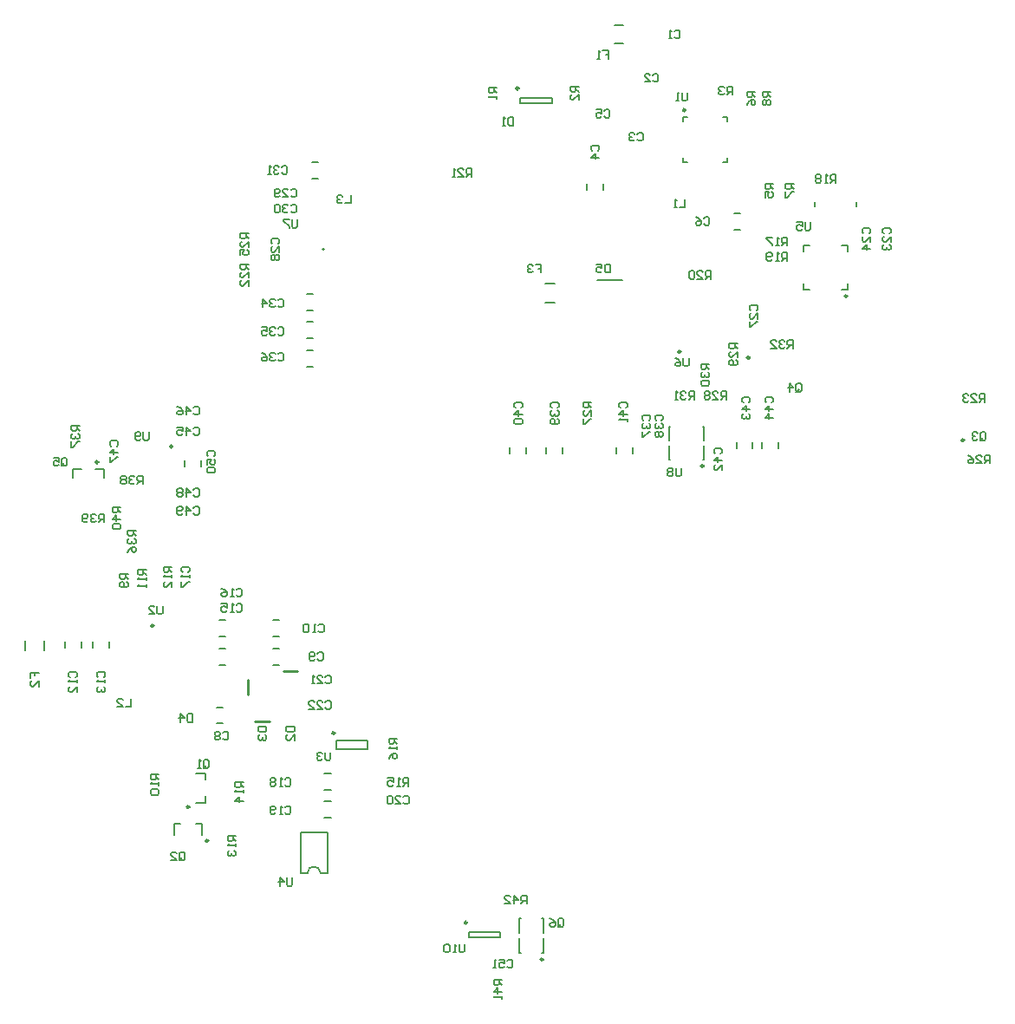
<source format=gbo>
G04*
G04 #@! TF.GenerationSoftware,Altium Limited,Altium Designer,20.0.11 (256)*
G04*
G04 Layer_Color=32896*
%FSLAX25Y25*%
%MOIN*%
G70*
G01*
G75*
%ADD11C,0.00591*%
%ADD12C,0.00787*%
%ADD13C,0.01000*%
%ADD153C,0.00984*%
%ADD154C,0.00600*%
D11*
X149605Y-49607D02*
Y-52231D01*
X149080Y-52755D01*
X148031D01*
X147506Y-52231D01*
Y-49607D01*
X146456Y-52755D02*
X145407D01*
X145932D01*
Y-49607D01*
X146456Y-50132D01*
X143833D02*
X143308Y-49607D01*
X142258D01*
X141734Y-50132D01*
Y-52231D01*
X142258Y-52755D01*
X143308D01*
X143833Y-52231D01*
Y-50132D01*
X173489Y-34055D02*
Y-30906D01*
X171915D01*
X171390Y-31431D01*
Y-32480D01*
X171915Y-33005D01*
X173489D01*
X172440D02*
X171390Y-34055D01*
X168767D02*
Y-30906D01*
X170341Y-32480D01*
X168242D01*
X165093Y-34055D02*
X167192D01*
X165093Y-31956D01*
Y-31431D01*
X165618Y-30906D01*
X166667D01*
X167192Y-31431D01*
X163976Y-63256D02*
X160827D01*
Y-64830D01*
X161352Y-65355D01*
X162402D01*
X162926Y-64830D01*
Y-63256D01*
Y-64305D02*
X163976Y-65355D01*
Y-67979D02*
X160827D01*
X162402Y-66404D01*
Y-68503D01*
X163976Y-69553D02*
Y-70603D01*
Y-70078D01*
X160827D01*
X161352Y-69553D01*
X185564Y-42388D02*
Y-40289D01*
X186089Y-39764D01*
X187138D01*
X187663Y-40289D01*
Y-42388D01*
X187138Y-42913D01*
X186089D01*
X186614Y-41863D02*
X185564Y-42913D01*
X186089D02*
X185564Y-42388D01*
X182415Y-39764D02*
X183465Y-40289D01*
X184515Y-41339D01*
Y-42388D01*
X183990Y-42913D01*
X182940D01*
X182415Y-42388D01*
Y-41863D01*
X182940Y-41339D01*
X184515D01*
X165944Y-56037D02*
X166469Y-55512D01*
X167519D01*
X168043Y-56037D01*
Y-58136D01*
X167519Y-58661D01*
X166469D01*
X165944Y-58136D01*
X162796Y-55512D02*
X164895D01*
Y-57087D01*
X163845Y-56562D01*
X163321D01*
X162796Y-57087D01*
Y-58136D01*
X163321Y-58661D01*
X164370D01*
X164895Y-58136D01*
X161746Y-58661D02*
X160697D01*
X161222D01*
Y-55512D01*
X161746Y-56037D01*
X28214Y147244D02*
Y144620D01*
X27690Y144095D01*
X26640D01*
X26115Y144620D01*
Y147244D01*
X25066Y144620D02*
X24541Y144095D01*
X23492D01*
X22967Y144620D01*
Y146719D01*
X23492Y147244D01*
X24541D01*
X25066Y146719D01*
Y146194D01*
X24541Y145669D01*
X22967D01*
X232939Y133464D02*
Y130840D01*
X232414Y130315D01*
X231364D01*
X230840Y130840D01*
Y133464D01*
X229790Y132939D02*
X229265Y133464D01*
X228216D01*
X227691Y132939D01*
Y132414D01*
X228216Y131890D01*
X227691Y131365D01*
Y130840D01*
X228216Y130315D01*
X229265D01*
X229790Y130840D01*
Y131365D01*
X229265Y131890D01*
X229790Y132414D01*
Y132939D01*
X229265Y131890D02*
X228216D01*
X85301Y228937D02*
Y226313D01*
X84776Y225788D01*
X83727D01*
X83202Y226313D01*
Y228937D01*
X82152D02*
X80053D01*
Y228412D01*
X82152Y226313D01*
Y225788D01*
X235892Y175787D02*
Y173163D01*
X235367Y172638D01*
X234317D01*
X233792Y173163D01*
Y175787D01*
X230644D02*
X231693Y175262D01*
X232743Y174213D01*
Y173163D01*
X232218Y172638D01*
X231169D01*
X230644Y173163D01*
Y173688D01*
X231169Y174213D01*
X232743D01*
X282637Y228028D02*
Y225404D01*
X282112Y224880D01*
X281063D01*
X280538Y225404D01*
Y228028D01*
X277389D02*
X279488D01*
Y226454D01*
X278439Y226979D01*
X277914D01*
X277389Y226454D01*
Y225404D01*
X277914Y224880D01*
X278964D01*
X279488Y225404D01*
X83333Y-24016D02*
Y-26640D01*
X82808Y-27165D01*
X81758D01*
X81233Y-26640D01*
Y-24016D01*
X78610Y-27165D02*
Y-24016D01*
X80184Y-25591D01*
X78085D01*
X98096Y24212D02*
Y21588D01*
X97571Y21064D01*
X96522D01*
X95997Y21588D01*
Y24212D01*
X94948Y23687D02*
X94423Y24212D01*
X93373D01*
X92849Y23687D01*
Y23163D01*
X93373Y22638D01*
X93898D01*
X93373D01*
X92849Y22113D01*
Y21588D01*
X93373Y21064D01*
X94423D01*
X94948Y21588D01*
X33521Y80486D02*
Y77863D01*
X32996Y77338D01*
X31947D01*
X31422Y77863D01*
Y80486D01*
X28274Y77338D02*
X30373D01*
X28274Y79437D01*
Y79962D01*
X28798Y80486D01*
X29848D01*
X30373Y79962D01*
X235245Y277800D02*
Y275176D01*
X234720Y274651D01*
X233671D01*
X233146Y275176D01*
Y277800D01*
X232096Y274651D02*
X231047D01*
X231572D01*
Y277800D01*
X232096Y277275D01*
X17322Y118371D02*
X14174D01*
Y116797D01*
X14698Y116272D01*
X15748D01*
X16273Y116797D01*
Y118371D01*
Y117322D02*
X17322Y116272D01*
Y113648D02*
X14174D01*
X15748Y115223D01*
Y113124D01*
X14698Y112074D02*
X14174Y111549D01*
Y110500D01*
X14698Y109975D01*
X16798D01*
X17322Y110500D01*
Y111549D01*
X16798Y112074D01*
X14698D01*
X11088Y112599D02*
Y115747D01*
X9514D01*
X8989Y115223D01*
Y114173D01*
X9514Y113648D01*
X11088D01*
X10038D02*
X8989Y112599D01*
X7939Y115223D02*
X7414Y115747D01*
X6365D01*
X5840Y115223D01*
Y114698D01*
X6365Y114173D01*
X6890D01*
X6365D01*
X5840Y113648D01*
Y113124D01*
X6365Y112599D01*
X7414D01*
X7939Y113124D01*
X4791D02*
X4266Y112599D01*
X3216D01*
X2692Y113124D01*
Y115223D01*
X3216Y115747D01*
X4266D01*
X4791Y115223D01*
Y114698D01*
X4266Y114173D01*
X2692D01*
X25852Y127363D02*
Y130511D01*
X24277D01*
X23753Y129987D01*
Y128937D01*
X24277Y128412D01*
X25852D01*
X24802D02*
X23753Y127363D01*
X22703Y129987D02*
X22178Y130511D01*
X21129D01*
X20604Y129987D01*
Y129462D01*
X21129Y128937D01*
X21654D01*
X21129D01*
X20604Y128412D01*
Y127887D01*
X21129Y127363D01*
X22178D01*
X22703Y127887D01*
X19555Y129987D02*
X19030Y130511D01*
X17980D01*
X17455Y129987D01*
Y129462D01*
X17980Y128937D01*
X17455Y128412D01*
Y127887D01*
X17980Y127363D01*
X19030D01*
X19555Y127887D01*
Y128412D01*
X19030Y128937D01*
X19555Y129462D01*
Y129987D01*
X19030Y128937D02*
X17980D01*
X1574Y149867D02*
X-1574D01*
Y148293D01*
X-1049Y147768D01*
X-0D01*
X525Y148293D01*
Y149867D01*
Y148818D02*
X1574Y147768D01*
X-1049Y146719D02*
X-1574Y146194D01*
Y145144D01*
X-1049Y144620D01*
X-525D01*
X-0Y145144D01*
Y145669D01*
Y145144D01*
X525Y144620D01*
X1049D01*
X1574Y145144D01*
Y146194D01*
X1049Y146719D01*
X-1574Y143570D02*
Y141471D01*
X-1049D01*
X1049Y143570D01*
X1574D01*
X23228Y109513D02*
X20079D01*
Y107939D01*
X20604Y107414D01*
X21654D01*
X22178Y107939D01*
Y109513D01*
Y108464D02*
X23228Y107414D01*
X20604Y106365D02*
X20079Y105840D01*
Y104790D01*
X20604Y104265D01*
X21129D01*
X21654Y104790D01*
Y105315D01*
Y104790D01*
X22178Y104265D01*
X22703D01*
X23228Y104790D01*
Y105840D01*
X22703Y106365D01*
X20079Y101117D02*
X20604Y102166D01*
X21654Y103216D01*
X22703D01*
X23228Y102691D01*
Y101642D01*
X22703Y101117D01*
X22178D01*
X21654Y101642D01*
Y103216D01*
X275852Y179528D02*
Y182677D01*
X274277D01*
X273753Y182152D01*
Y181102D01*
X274277Y180578D01*
X275852D01*
X274802D02*
X273753Y179528D01*
X272703Y182152D02*
X272178Y182677D01*
X271129D01*
X270604Y182152D01*
Y181627D01*
X271129Y181102D01*
X271654D01*
X271129D01*
X270604Y180578D01*
Y180053D01*
X271129Y179528D01*
X272178D01*
X272703Y180053D01*
X267455Y179528D02*
X269554D01*
X267455Y181627D01*
Y182152D01*
X267980Y182677D01*
X269030D01*
X269554Y182152D01*
X237925Y159843D02*
Y162992D01*
X236351D01*
X235826Y162467D01*
Y161417D01*
X236351Y160893D01*
X237925D01*
X236876D02*
X235826Y159843D01*
X234777Y162467D02*
X234252Y162992D01*
X233202D01*
X232678Y162467D01*
Y161942D01*
X233202Y161417D01*
X233727D01*
X233202D01*
X232678Y160893D01*
Y160368D01*
X233202Y159843D01*
X234252D01*
X234777Y160368D01*
X231628Y159843D02*
X230579D01*
X231103D01*
Y162992D01*
X231628Y162467D01*
X243700Y173489D02*
X240552D01*
Y171915D01*
X241076Y171390D01*
X242126D01*
X242651Y171915D01*
Y173489D01*
Y172440D02*
X243700Y171390D01*
X241076Y170341D02*
X240552Y169816D01*
Y168767D01*
X241076Y168242D01*
X241601D01*
X242126Y168767D01*
Y169291D01*
Y168767D01*
X242651Y168242D01*
X243176D01*
X243700Y168767D01*
Y169816D01*
X243176Y170341D01*
X241076Y167192D02*
X240552Y166667D01*
Y165618D01*
X241076Y165093D01*
X243176D01*
X243700Y165618D01*
Y166667D01*
X243176Y167192D01*
X241076D01*
X254527Y181363D02*
X251378D01*
Y179789D01*
X251903Y179264D01*
X252953D01*
X253478Y179789D01*
Y181363D01*
Y180314D02*
X254527Y179264D01*
Y176116D02*
Y178215D01*
X252428Y176116D01*
X251903D01*
X251378Y176641D01*
Y177690D01*
X251903Y178215D01*
X254002Y175066D02*
X254527Y174541D01*
Y173492D01*
X254002Y172967D01*
X251903D01*
X251378Y173492D01*
Y174541D01*
X251903Y175066D01*
X252428D01*
X252953Y174541D01*
Y172967D01*
X250261Y159843D02*
Y162992D01*
X248687D01*
X248162Y162467D01*
Y161417D01*
X248687Y160893D01*
X250261D01*
X249212D02*
X248162Y159843D01*
X245013D02*
X247112D01*
X245013Y161942D01*
Y162467D01*
X245538Y162992D01*
X246588D01*
X247112Y162467D01*
X243964D02*
X243439Y162992D01*
X242390D01*
X241865Y162467D01*
Y161942D01*
X242390Y161417D01*
X241865Y160893D01*
Y160368D01*
X242390Y159843D01*
X243439D01*
X243964Y160368D01*
Y160893D01*
X243439Y161417D01*
X243964Y161942D01*
Y162467D01*
X243439Y161417D02*
X242390D01*
X198425Y158726D02*
X195276D01*
Y157151D01*
X195801Y156627D01*
X196850D01*
X197375Y157151D01*
Y158726D01*
Y157676D02*
X198425Y156627D01*
Y153478D02*
Y155577D01*
X196326Y153478D01*
X195801D01*
X195276Y154003D01*
Y155052D01*
X195801Y155577D01*
X195276Y152428D02*
Y150329D01*
X195801D01*
X197900Y152428D01*
X198425D01*
X351639Y135237D02*
Y138385D01*
X350065D01*
X349540Y137861D01*
Y136811D01*
X350065Y136286D01*
X351639D01*
X350589D02*
X349540Y135237D01*
X346391D02*
X348491D01*
X346391Y137336D01*
Y137861D01*
X346916Y138385D01*
X347966D01*
X348491Y137861D01*
X343243Y138385D02*
X344292Y137861D01*
X345342Y136811D01*
Y135761D01*
X344817Y135237D01*
X343768D01*
X343243Y135761D01*
Y136286D01*
X343768Y136811D01*
X345342D01*
X66535Y223686D02*
X63386D01*
Y222112D01*
X63911Y221587D01*
X64961D01*
X65485Y222112D01*
Y223686D01*
Y222637D02*
X66535Y221587D01*
Y218439D02*
Y220538D01*
X64436Y218439D01*
X63911D01*
X63386Y218963D01*
Y220013D01*
X63911Y220538D01*
X63386Y215290D02*
Y217389D01*
X64961D01*
X64436Y216340D01*
Y215815D01*
X64961Y215290D01*
X66010D01*
X66535Y215815D01*
Y216864D01*
X66010Y217389D01*
X349671Y158859D02*
Y162007D01*
X348096D01*
X347571Y161483D01*
Y160433D01*
X348096Y159908D01*
X349671D01*
X348621D02*
X347571Y158859D01*
X344423D02*
X346522D01*
X344423Y160958D01*
Y161483D01*
X344948Y162007D01*
X345997D01*
X346522Y161483D01*
X343373D02*
X342849Y162007D01*
X341799D01*
X341274Y161483D01*
Y160958D01*
X341799Y160433D01*
X342324D01*
X341799D01*
X341274Y159908D01*
Y159383D01*
X341799Y158859D01*
X342849D01*
X343373Y159383D01*
X66535Y211875D02*
X63386D01*
Y210301D01*
X63911Y209776D01*
X64961D01*
X65485Y210301D01*
Y211875D01*
Y210826D02*
X66535Y209776D01*
Y206628D02*
Y208727D01*
X64436Y206628D01*
X63911D01*
X63386Y207152D01*
Y208202D01*
X63911Y208727D01*
X66535Y203479D02*
Y205578D01*
X64436Y203479D01*
X63911D01*
X63386Y204004D01*
Y205053D01*
X63911Y205578D01*
X152295Y245473D02*
Y248622D01*
X150721D01*
X150196Y248097D01*
Y247047D01*
X150721Y246522D01*
X152295D01*
X151246D02*
X150196Y245473D01*
X147048D02*
X149147D01*
X147048Y247572D01*
Y248097D01*
X147573Y248622D01*
X148622D01*
X149147Y248097D01*
X145998Y245473D02*
X144949D01*
X145474D01*
Y248622D01*
X145998Y248097D01*
X244356Y206103D02*
Y209251D01*
X242781D01*
X242256Y208727D01*
Y207677D01*
X242781Y207152D01*
X244356D01*
X243306D02*
X242256Y206103D01*
X239108D02*
X241207D01*
X239108Y208202D01*
Y208727D01*
X239633Y209251D01*
X240682D01*
X241207Y208727D01*
X238058D02*
X237534Y209251D01*
X236484D01*
X235959Y208727D01*
Y206628D01*
X236484Y206103D01*
X237534D01*
X238058Y206628D01*
Y208727D01*
X273637Y213080D02*
Y216228D01*
X272063D01*
X271538Y215703D01*
Y214654D01*
X272063Y214129D01*
X273637D01*
X272587D02*
X271538Y213080D01*
X270488D02*
X269439D01*
X269964D01*
Y216228D01*
X270488Y215703D01*
X267865Y213604D02*
X267340Y213080D01*
X266290D01*
X265766Y213604D01*
Y215703D01*
X266290Y216228D01*
X267340D01*
X267865Y215703D01*
Y215179D01*
X267340Y214654D01*
X265766D01*
X292437Y243086D02*
Y246234D01*
X290863D01*
X290338Y245710D01*
Y244660D01*
X290863Y244135D01*
X292437D01*
X291388D02*
X290338Y243086D01*
X289288D02*
X288239D01*
X288764D01*
Y246234D01*
X289288Y245710D01*
X286665D02*
X286140Y246234D01*
X285090D01*
X284565Y245710D01*
Y245185D01*
X285090Y244660D01*
X284565Y244135D01*
Y243611D01*
X285090Y243086D01*
X286140D01*
X286665Y243611D01*
Y244135D01*
X286140Y244660D01*
X286665Y245185D01*
Y245710D01*
X286140Y244660D02*
X285090D01*
X273637Y218980D02*
Y222128D01*
X272063D01*
X271538Y221603D01*
Y220554D01*
X272063Y220029D01*
X273637D01*
X272587D02*
X271538Y218980D01*
X270488D02*
X269439D01*
X269964D01*
Y222128D01*
X270488Y221603D01*
X267865Y222128D02*
X265766D01*
Y221603D01*
X267865Y219504D01*
Y218980D01*
X123621Y29526D02*
X120473D01*
Y27952D01*
X120998Y27427D01*
X122047D01*
X122572Y27952D01*
Y29526D01*
Y28477D02*
X123621Y27427D01*
Y26378D02*
Y25328D01*
Y25853D01*
X120473D01*
X120998Y26378D01*
X120473Y21655D02*
X120998Y22704D01*
X122047Y23754D01*
X123097D01*
X123621Y23229D01*
Y22180D01*
X123097Y21655D01*
X122572D01*
X122047Y22180D01*
Y23754D01*
X127952Y11221D02*
Y14370D01*
X126377D01*
X125852Y13845D01*
Y12795D01*
X126377Y12270D01*
X127952D01*
X126902D02*
X125852Y11221D01*
X124803D02*
X123753D01*
X124278D01*
Y14370D01*
X124803Y13845D01*
X120080Y14370D02*
X122179D01*
Y12795D01*
X121130Y13320D01*
X120605D01*
X120080Y12795D01*
Y11746D01*
X120605Y11221D01*
X121654D01*
X122179Y11746D01*
X64566Y12794D02*
X61418D01*
Y11220D01*
X61943Y10695D01*
X62992D01*
X63517Y11220D01*
Y12794D01*
Y11744D02*
X64566Y10695D01*
Y9645D02*
Y8596D01*
Y9121D01*
X61418D01*
X61943Y9645D01*
X64566Y5447D02*
X61418D01*
X62992Y7022D01*
Y4922D01*
X61614Y-7875D02*
X58465D01*
Y-9450D01*
X58990Y-9974D01*
X60039D01*
X60564Y-9450D01*
Y-7875D01*
Y-8925D02*
X61614Y-9974D01*
Y-11024D02*
Y-12073D01*
Y-11549D01*
X58465D01*
X58990Y-11024D01*
Y-13648D02*
X58465Y-14173D01*
Y-15222D01*
X58990Y-15747D01*
X59515D01*
X60039Y-15222D01*
Y-14697D01*
Y-15222D01*
X60564Y-15747D01*
X61089D01*
X61614Y-15222D01*
Y-14173D01*
X61089Y-13648D01*
X37007Y95471D02*
X33859D01*
Y93897D01*
X34383Y93372D01*
X35433D01*
X35958Y93897D01*
Y95471D01*
Y94422D02*
X37007Y93372D01*
Y92323D02*
Y91273D01*
Y91798D01*
X33859D01*
X34383Y92323D01*
X37007Y87600D02*
Y89699D01*
X34908Y87600D01*
X34383D01*
X33859Y88125D01*
Y89174D01*
X34383Y89699D01*
X27165Y94422D02*
X24016D01*
Y92847D01*
X24541Y92323D01*
X25591D01*
X26115Y92847D01*
Y94422D01*
Y93372D02*
X27165Y92323D01*
Y91273D02*
Y90223D01*
Y90748D01*
X24016D01*
X24541Y91273D01*
X27165Y88649D02*
Y87600D01*
Y88125D01*
X24016D01*
X24541Y88649D01*
X32086Y15747D02*
X28938D01*
Y14173D01*
X29462Y13648D01*
X30512D01*
X31037Y14173D01*
Y15747D01*
Y14697D02*
X32086Y13648D01*
Y12598D02*
Y11549D01*
Y12073D01*
X28938D01*
X29462Y12598D01*
Y9974D02*
X28938Y9450D01*
Y8400D01*
X29462Y7875D01*
X31561D01*
X32086Y8400D01*
Y9450D01*
X31561Y9974D01*
X29462D01*
X20275Y92847D02*
X17127D01*
Y91273D01*
X17651Y90748D01*
X18701D01*
X19226Y91273D01*
Y92847D01*
Y91798D02*
X20275Y90748D01*
X19750Y89699D02*
X20275Y89174D01*
Y88125D01*
X19750Y87600D01*
X17651D01*
X17127Y88125D01*
Y89174D01*
X17651Y89699D01*
X18176D01*
X18701Y89174D01*
Y87600D01*
X267322Y278214D02*
X264174D01*
Y276640D01*
X264699Y276115D01*
X265748D01*
X266273Y276640D01*
Y278214D01*
Y277165D02*
X267322Y276115D01*
X264699Y275066D02*
X264174Y274541D01*
Y273492D01*
X264699Y272967D01*
X265223D01*
X265748Y273492D01*
X266273Y272967D01*
X266798D01*
X267322Y273492D01*
Y274541D01*
X266798Y275066D01*
X266273D01*
X265748Y274541D01*
X265223Y275066D01*
X264699D01*
X265748Y274541D02*
Y273492D01*
X276181Y242781D02*
X273032D01*
Y241207D01*
X273557Y240682D01*
X274606D01*
X275131Y241207D01*
Y242781D01*
Y241732D02*
X276181Y240682D01*
X273032Y239633D02*
Y237534D01*
X273557D01*
X275656Y239633D01*
X276181D01*
X261417Y278214D02*
X258268D01*
Y276640D01*
X258793Y276115D01*
X259842D01*
X260367Y276640D01*
Y278214D01*
Y277165D02*
X261417Y276115D01*
X258268Y272967D02*
X258793Y274016D01*
X259842Y275066D01*
X260892D01*
X261417Y274541D01*
Y273492D01*
X260892Y272967D01*
X260367D01*
X259842Y273492D01*
Y275066D01*
X268307Y242781D02*
X265158D01*
Y241207D01*
X265683Y240682D01*
X266732D01*
X267257Y241207D01*
Y242781D01*
Y241732D02*
X268307Y240682D01*
X265158Y237534D02*
Y239633D01*
X266732D01*
X266208Y238583D01*
Y238058D01*
X266732Y237534D01*
X267782D01*
X268307Y238058D01*
Y239108D01*
X267782Y239633D01*
X252624Y276969D02*
Y280118D01*
X251049D01*
X250525Y279593D01*
Y278543D01*
X251049Y278019D01*
X252624D01*
X251574D02*
X250525Y276969D01*
X249475Y279593D02*
X248951Y280118D01*
X247901D01*
X247376Y279593D01*
Y279068D01*
X247901Y278543D01*
X248426D01*
X247901D01*
X247376Y278019D01*
Y277494D01*
X247901Y276969D01*
X248951D01*
X249475Y277494D01*
X193503Y280183D02*
X190355D01*
Y278609D01*
X190880Y278084D01*
X191929D01*
X192454Y278609D01*
Y280183D01*
Y279133D02*
X193503Y278084D01*
Y274935D02*
Y277034D01*
X191404Y274935D01*
X190880D01*
X190355Y275460D01*
Y276509D01*
X190880Y277034D01*
X162007Y279658D02*
X158859D01*
Y278084D01*
X159383Y277559D01*
X160433D01*
X160958Y278084D01*
Y279658D01*
Y278609D02*
X162007Y277559D01*
Y276509D02*
Y275460D01*
Y275985D01*
X158859D01*
X159383Y276509D01*
X-5381Y134777D02*
Y136876D01*
X-4856Y137401D01*
X-3807D01*
X-3282Y136876D01*
Y134777D01*
X-3807Y134253D01*
X-4856D01*
X-4331Y135302D02*
X-5381Y134253D01*
X-4856D02*
X-5381Y134777D01*
X-8529Y137401D02*
X-6430D01*
Y135827D01*
X-7480Y136352D01*
X-8005D01*
X-8529Y135827D01*
Y134777D01*
X-8005Y134253D01*
X-6955D01*
X-6430Y134777D01*
X277100Y163321D02*
Y165420D01*
X277624Y165944D01*
X278674D01*
X279199Y165420D01*
Y163321D01*
X278674Y162796D01*
X277624D01*
X278149Y163845D02*
X277100Y162796D01*
X277624D02*
X277100Y163321D01*
X274476Y162796D02*
Y165944D01*
X276050Y164370D01*
X273951D01*
X347966Y144620D02*
Y146719D01*
X348491Y147244D01*
X349540D01*
X350065Y146719D01*
Y144620D01*
X349540Y144095D01*
X348491D01*
X349015Y145144D02*
X347966Y144095D01*
X348491D02*
X347966Y144620D01*
X346916Y146719D02*
X346391Y147244D01*
X345342D01*
X344817Y146719D01*
Y146194D01*
X345342Y145669D01*
X345867D01*
X345342D01*
X344817Y145144D01*
Y144620D01*
X345342Y144095D01*
X346391D01*
X346916Y144620D01*
X39895Y-16798D02*
Y-14698D01*
X40420Y-14174D01*
X41469D01*
X41994Y-14698D01*
Y-16798D01*
X41469Y-17322D01*
X40420D01*
X40944Y-16273D02*
X39895Y-17322D01*
X40420D02*
X39895Y-16798D01*
X36746Y-17322D02*
X38845D01*
X36746Y-15223D01*
Y-14698D01*
X37271Y-14174D01*
X38320D01*
X38845Y-14698D01*
X49213Y18635D02*
Y20735D01*
X49737Y21259D01*
X50787D01*
X51312Y20735D01*
Y18635D01*
X50787Y18111D01*
X49737D01*
X50262Y19160D02*
X49213Y18111D01*
X49737D02*
X49213Y18635D01*
X48163Y18111D02*
X47113D01*
X47638D01*
Y21259D01*
X48163Y20735D01*
X105847Y238399D02*
Y235250D01*
X103747D01*
X102698Y237874D02*
X102173Y238399D01*
X101124D01*
X100599Y237874D01*
Y237349D01*
X101124Y236825D01*
X101648D01*
X101124D01*
X100599Y236300D01*
Y235775D01*
X101124Y235250D01*
X102173D01*
X102698Y235775D01*
X21325Y44881D02*
Y41733D01*
X19226D01*
X16077D02*
X18176D01*
X16077Y43832D01*
Y44357D01*
X16602Y44881D01*
X17651D01*
X18176Y44357D01*
X234383Y236810D02*
Y233662D01*
X232283D01*
X231234D02*
X230184D01*
X230709D01*
Y236810D01*
X231234Y236286D01*
X177010Y211742D02*
X179109D01*
Y210168D01*
X178060D01*
X179109D01*
Y208594D01*
X175961Y211217D02*
X175436Y211742D01*
X174387D01*
X173862Y211217D01*
Y210693D01*
X174387Y210168D01*
X174911D01*
X174387D01*
X173862Y209643D01*
Y209119D01*
X174387Y208594D01*
X175436D01*
X175961Y209119D01*
X-17322Y52690D02*
Y54789D01*
X-15748D01*
Y53740D01*
Y54789D01*
X-14174D01*
Y49542D02*
Y51641D01*
X-16273Y49542D01*
X-16798D01*
X-17322Y50066D01*
Y51116D01*
X-16798Y51641D01*
X202756Y293897D02*
X204855D01*
Y292323D01*
X203805D01*
X204855D01*
Y290749D01*
X201706D02*
X200657D01*
X201182D01*
Y293897D01*
X201706Y293372D01*
X205606Y211818D02*
Y208669D01*
X204031D01*
X203506Y209194D01*
Y211293D01*
X204031Y211818D01*
X205606D01*
X200358D02*
X202457D01*
Y210244D01*
X201407Y210768D01*
X200883D01*
X200358Y210244D01*
Y209194D01*
X200883Y208669D01*
X201932D01*
X202457Y209194D01*
X44947Y38976D02*
Y35827D01*
X43372D01*
X42848Y36352D01*
Y38451D01*
X43372Y38976D01*
X44947D01*
X40224Y35827D02*
Y38976D01*
X41798Y37402D01*
X39699D01*
X70276Y34120D02*
X73425D01*
Y32546D01*
X72900Y32021D01*
X70801D01*
X70276Y32546D01*
Y34120D01*
X70801Y30971D02*
X70276Y30446D01*
Y29397D01*
X70801Y28872D01*
X71326D01*
X71850Y29397D01*
Y29922D01*
Y29397D01*
X72375Y28872D01*
X72900D01*
X73425Y29397D01*
Y30446D01*
X72900Y30971D01*
X81103Y34120D02*
X84251D01*
Y32546D01*
X83727Y32021D01*
X81628D01*
X81103Y32546D01*
Y34120D01*
X84251Y28872D02*
Y30971D01*
X82152Y28872D01*
X81628D01*
X81103Y29397D01*
Y30446D01*
X81628Y30971D01*
X168438Y268307D02*
Y265158D01*
X166863D01*
X166339Y265683D01*
Y267782D01*
X166863Y268307D01*
X168438D01*
X165289Y265158D02*
X164240D01*
X164764D01*
Y268307D01*
X165289Y267782D01*
X51116Y137926D02*
X50591Y138451D01*
Y139500D01*
X51116Y140025D01*
X53215D01*
X53740Y139500D01*
Y138451D01*
X53215Y137926D01*
X50591Y134777D02*
Y136876D01*
X52165D01*
X51641Y135827D01*
Y135302D01*
X52165Y134777D01*
X53215D01*
X53740Y135302D01*
Y136352D01*
X53215Y136876D01*
X51116Y133728D02*
X50591Y133203D01*
Y132153D01*
X51116Y131629D01*
X53215D01*
X53740Y132153D01*
Y133203D01*
X53215Y133728D01*
X51116D01*
X45406Y118175D02*
X45931Y118700D01*
X46980D01*
X47505Y118175D01*
Y116077D01*
X46980Y115552D01*
X45931D01*
X45406Y116077D01*
X42782Y115552D02*
Y118700D01*
X44357Y117126D01*
X42258D01*
X41208Y116077D02*
X40683Y115552D01*
X39634D01*
X39109Y116077D01*
Y118175D01*
X39634Y118700D01*
X40683D01*
X41208Y118175D01*
Y117651D01*
X40683Y117126D01*
X39109D01*
X45406Y125065D02*
X45931Y125590D01*
X46980D01*
X47505Y125065D01*
Y122966D01*
X46980Y122441D01*
X45931D01*
X45406Y122966D01*
X42782Y122441D02*
Y125590D01*
X44357Y124016D01*
X42258D01*
X41208Y125065D02*
X40683Y125590D01*
X39634D01*
X39109Y125065D01*
Y124540D01*
X39634Y124016D01*
X39109Y123491D01*
Y122966D01*
X39634Y122441D01*
X40683D01*
X41208Y122966D01*
Y123491D01*
X40683Y124016D01*
X41208Y124540D01*
Y125065D01*
X40683Y124016D02*
X39634D01*
X13714Y141863D02*
X13190Y142388D01*
Y143437D01*
X13714Y143962D01*
X15813D01*
X16338Y143437D01*
Y142388D01*
X15813Y141863D01*
X16338Y139239D02*
X13190D01*
X14764Y140813D01*
Y138714D01*
X13190Y137665D02*
Y135566D01*
X13714D01*
X15813Y137665D01*
X16338D01*
X45406Y156561D02*
X45931Y157086D01*
X46980D01*
X47505Y156561D01*
Y154462D01*
X46980Y153937D01*
X45931D01*
X45406Y154462D01*
X42782Y153937D02*
Y157086D01*
X44357Y155512D01*
X42258D01*
X39109Y157086D02*
X40159Y156561D01*
X41208Y155512D01*
Y154462D01*
X40683Y153937D01*
X39634D01*
X39109Y154462D01*
Y154987D01*
X39634Y155512D01*
X41208D01*
X45406Y148687D02*
X45931Y149212D01*
X46980D01*
X47505Y148687D01*
Y146588D01*
X46980Y146063D01*
X45931D01*
X45406Y146588D01*
X42782Y146063D02*
Y149212D01*
X44357Y147638D01*
X42258D01*
X39109Y149212D02*
X41208D01*
Y147638D01*
X40159Y148163D01*
X39634D01*
X39109Y147638D01*
Y146588D01*
X39634Y146063D01*
X40683D01*
X41208Y146588D01*
X265683Y158595D02*
X265158Y159120D01*
Y160169D01*
X265683Y160694D01*
X267782D01*
X268307Y160169D01*
Y159120D01*
X267782Y158595D01*
X268307Y155971D02*
X265158D01*
X266732Y157546D01*
Y155447D01*
X268307Y152823D02*
X265158D01*
X266732Y154397D01*
Y152298D01*
X256824Y158595D02*
X256300Y159120D01*
Y160169D01*
X256824Y160694D01*
X258924D01*
X259448Y160169D01*
Y159120D01*
X258924Y158595D01*
X259448Y155971D02*
X256300D01*
X257874Y157546D01*
Y155447D01*
X256824Y154397D02*
X256300Y153872D01*
Y152823D01*
X256824Y152298D01*
X257349D01*
X257874Y152823D01*
Y153348D01*
Y152823D01*
X258399Y152298D01*
X258924D01*
X259448Y152823D01*
Y153872D01*
X258924Y154397D01*
X245998Y138910D02*
X245473Y139435D01*
Y140484D01*
X245998Y141009D01*
X248097D01*
X248622Y140484D01*
Y139435D01*
X248097Y138910D01*
X248622Y136286D02*
X245473D01*
X247047Y137861D01*
Y135761D01*
X248622Y132613D02*
Y134712D01*
X246522Y132613D01*
X245998D01*
X245473Y133138D01*
Y134187D01*
X245998Y134712D01*
X209580Y156627D02*
X209056Y157151D01*
Y158201D01*
X209580Y158726D01*
X211679D01*
X212204Y158201D01*
Y157151D01*
X211679Y156627D01*
X212204Y154003D02*
X209056D01*
X210630Y155577D01*
Y153478D01*
X212204Y152428D02*
Y151379D01*
Y151904D01*
X209056D01*
X209580Y152428D01*
X169226Y156627D02*
X168701Y157151D01*
Y158201D01*
X169226Y158726D01*
X171325D01*
X171850Y158201D01*
Y157151D01*
X171325Y156627D01*
X171850Y154003D02*
X168701D01*
X170276Y155577D01*
Y153478D01*
X169226Y152428D02*
X168701Y151904D01*
Y150854D01*
X169226Y150329D01*
X171325D01*
X171850Y150854D01*
Y151904D01*
X171325Y152428D01*
X169226D01*
X183214Y156627D02*
X182689Y157151D01*
Y158201D01*
X183214Y158726D01*
X185313D01*
X185838Y158201D01*
Y157151D01*
X185313Y156627D01*
X183214Y155577D02*
X182689Y155052D01*
Y154003D01*
X183214Y153478D01*
X183739D01*
X184263Y154003D01*
Y154528D01*
Y154003D01*
X184788Y153478D01*
X185313D01*
X185838Y154003D01*
Y155052D01*
X185313Y155577D01*
Y152428D02*
X185838Y151904D01*
Y150854D01*
X185313Y150329D01*
X183214D01*
X182689Y150854D01*
Y151904D01*
X183214Y152428D01*
X183739D01*
X184263Y151904D01*
Y150329D01*
X223360Y151705D02*
X222835Y152230D01*
Y153280D01*
X223360Y153804D01*
X225459D01*
X225984Y153280D01*
Y152230D01*
X225459Y151705D01*
X223360Y150656D02*
X222835Y150131D01*
Y149082D01*
X223360Y148557D01*
X223885D01*
X224409Y149082D01*
Y149606D01*
Y149082D01*
X224934Y148557D01*
X225459D01*
X225984Y149082D01*
Y150131D01*
X225459Y150656D01*
X223360Y147507D02*
X222835Y146983D01*
Y145933D01*
X223360Y145408D01*
X223885D01*
X224409Y145933D01*
X224934Y145408D01*
X225459D01*
X225984Y145933D01*
Y146983D01*
X225459Y147507D01*
X224934D01*
X224409Y146983D01*
X223885Y147507D01*
X223360D01*
X224409Y146983D02*
Y145933D01*
X218439Y151705D02*
X217914Y152230D01*
Y153280D01*
X218439Y153804D01*
X220538D01*
X221062Y153280D01*
Y152230D01*
X220538Y151705D01*
X218439Y150656D02*
X217914Y150131D01*
Y149082D01*
X218439Y148557D01*
X218963D01*
X219488Y149082D01*
Y149606D01*
Y149082D01*
X220013Y148557D01*
X220538D01*
X221062Y149082D01*
Y150131D01*
X220538Y150656D01*
X217914Y147507D02*
Y145408D01*
X218439D01*
X220538Y147507D01*
X221062D01*
X77886Y177231D02*
X78411Y177755D01*
X79461D01*
X79985Y177231D01*
Y175132D01*
X79461Y174607D01*
X78411D01*
X77886Y175132D01*
X76837Y177231D02*
X76312Y177755D01*
X75263D01*
X74738Y177231D01*
Y176706D01*
X75263Y176181D01*
X75787D01*
X75263D01*
X74738Y175656D01*
Y175132D01*
X75263Y174607D01*
X76312D01*
X76837Y175132D01*
X71589Y177755D02*
X72639Y177231D01*
X73688Y176181D01*
Y175132D01*
X73164Y174607D01*
X72114D01*
X71589Y175132D01*
Y175656D01*
X72114Y176181D01*
X73688D01*
X77886Y187073D02*
X78411Y187598D01*
X79461D01*
X79985Y187073D01*
Y184974D01*
X79461Y184449D01*
X78411D01*
X77886Y184974D01*
X76837Y187073D02*
X76312Y187598D01*
X75263D01*
X74738Y187073D01*
Y186548D01*
X75263Y186024D01*
X75787D01*
X75263D01*
X74738Y185499D01*
Y184974D01*
X75263Y184449D01*
X76312D01*
X76837Y184974D01*
X71589Y187598D02*
X73688D01*
Y186024D01*
X72639Y186548D01*
X72114D01*
X71589Y186024D01*
Y184974D01*
X72114Y184449D01*
X73164D01*
X73688Y184974D01*
X77886Y197900D02*
X78411Y198425D01*
X79461D01*
X79985Y197900D01*
Y195801D01*
X79461Y195276D01*
X78411D01*
X77886Y195801D01*
X76837Y197900D02*
X76312Y198425D01*
X75263D01*
X74738Y197900D01*
Y197375D01*
X75263Y196850D01*
X75787D01*
X75263D01*
X74738Y196326D01*
Y195801D01*
X75263Y195276D01*
X76312D01*
X76837Y195801D01*
X72114Y195276D02*
Y198425D01*
X73688Y196850D01*
X71589D01*
X79330Y249081D02*
X79855Y249606D01*
X80905D01*
X81429Y249081D01*
Y246982D01*
X80905Y246457D01*
X79855D01*
X79330Y246982D01*
X78281Y249081D02*
X77756Y249606D01*
X76706D01*
X76182Y249081D01*
Y248556D01*
X76706Y248031D01*
X77231D01*
X76706D01*
X76182Y247507D01*
Y246982D01*
X76706Y246457D01*
X77756D01*
X78281Y246982D01*
X75132Y246457D02*
X74083D01*
X74607D01*
Y249606D01*
X75132Y249081D01*
X82808Y234317D02*
X83333Y234842D01*
X84382D01*
X84907Y234317D01*
Y232218D01*
X84382Y231693D01*
X83333D01*
X82808Y232218D01*
X81758Y234317D02*
X81233Y234842D01*
X80184D01*
X79659Y234317D01*
Y233792D01*
X80184Y233268D01*
X80709D01*
X80184D01*
X79659Y232743D01*
Y232218D01*
X80184Y231693D01*
X81233D01*
X81758Y232218D01*
X78610Y234317D02*
X78085Y234842D01*
X77035D01*
X76511Y234317D01*
Y232218D01*
X77035Y231693D01*
X78085D01*
X78610Y232218D01*
Y234317D01*
X82808Y240223D02*
X83333Y240747D01*
X84382D01*
X84907Y240223D01*
Y238124D01*
X84382Y237599D01*
X83333D01*
X82808Y238124D01*
X79659Y237599D02*
X81758D01*
X79659Y239698D01*
Y240223D01*
X80184Y240747D01*
X81233D01*
X81758Y240223D01*
X78610Y238124D02*
X78085Y237599D01*
X77035D01*
X76511Y238124D01*
Y240223D01*
X77035Y240747D01*
X78085D01*
X78610Y240223D01*
Y239698D01*
X78085Y239173D01*
X76511D01*
X75722Y219619D02*
X75197Y220144D01*
Y221193D01*
X75722Y221718D01*
X77821D01*
X78346Y221193D01*
Y220144D01*
X77821Y219619D01*
X78346Y216470D02*
Y218569D01*
X76247Y216470D01*
X75722D01*
X75197Y216995D01*
Y218044D01*
X75722Y218569D01*
Y215421D02*
X75197Y214896D01*
Y213846D01*
X75722Y213322D01*
X76247D01*
X76772Y213846D01*
X77296Y213322D01*
X77821D01*
X78346Y213846D01*
Y214896D01*
X77821Y215421D01*
X77296D01*
X76772Y214896D01*
X76247Y215421D01*
X75722D01*
X76772Y214896D02*
Y213846D01*
X259777Y194028D02*
X259253Y194553D01*
Y195603D01*
X259777Y196127D01*
X261876D01*
X262401Y195603D01*
Y194553D01*
X261876Y194028D01*
X262401Y190880D02*
Y192979D01*
X260302Y190880D01*
X259777D01*
X259253Y191404D01*
Y192454D01*
X259777Y192979D01*
X259253Y189830D02*
Y187731D01*
X259777D01*
X261876Y189830D01*
X262401D01*
X303084Y223556D02*
X302560Y224080D01*
Y225130D01*
X303084Y225655D01*
X305183D01*
X305708Y225130D01*
Y224080D01*
X305183Y223556D01*
X305708Y220407D02*
Y222506D01*
X303609Y220407D01*
X303084D01*
X302560Y220932D01*
Y221981D01*
X303084Y222506D01*
X305708Y217783D02*
X302560D01*
X304134Y219358D01*
Y217259D01*
X310958Y223556D02*
X310434Y224080D01*
Y225130D01*
X310958Y225655D01*
X313057D01*
X313582Y225130D01*
Y224080D01*
X313057Y223556D01*
X313582Y220407D02*
Y222506D01*
X311483Y220407D01*
X310958D01*
X310434Y220932D01*
Y221982D01*
X310958Y222506D01*
Y219358D02*
X310434Y218833D01*
Y217783D01*
X310958Y217259D01*
X311483D01*
X312008Y217783D01*
Y218308D01*
Y217783D01*
X312533Y217259D01*
X313057D01*
X313582Y217783D01*
Y218833D01*
X313057Y219358D01*
X96062Y43372D02*
X96587Y43897D01*
X97637D01*
X98162Y43372D01*
Y41273D01*
X97637Y40749D01*
X96587D01*
X96062Y41273D01*
X92914Y40749D02*
X95013D01*
X92914Y42848D01*
Y43372D01*
X93439Y43897D01*
X94488D01*
X95013Y43372D01*
X89765Y40749D02*
X91864D01*
X89765Y42848D01*
Y43372D01*
X90290Y43897D01*
X91340D01*
X91864Y43372D01*
X96062Y53215D02*
X96587Y53740D01*
X97637D01*
X98162Y53215D01*
Y51116D01*
X97637Y50591D01*
X96587D01*
X96062Y51116D01*
X92914Y50591D02*
X95013D01*
X92914Y52690D01*
Y53215D01*
X93439Y53740D01*
X94488D01*
X95013Y53215D01*
X91864Y50591D02*
X90815D01*
X91340D01*
Y53740D01*
X91864Y53215D01*
X126115Y6955D02*
X126640Y7480D01*
X127689D01*
X128214Y6955D01*
Y4856D01*
X127689Y4331D01*
X126640D01*
X126115Y4856D01*
X122966Y4331D02*
X125065D01*
X122966Y6430D01*
Y6955D01*
X123491Y7480D01*
X124540D01*
X125065Y6955D01*
X121917D02*
X121392Y7480D01*
X120342D01*
X119818Y6955D01*
Y4856D01*
X120342Y4331D01*
X121392D01*
X121917Y4856D01*
Y6955D01*
X80577Y3018D02*
X81102Y3543D01*
X82151D01*
X82676Y3018D01*
Y919D01*
X82151Y394D01*
X81102D01*
X80577Y919D01*
X79527Y394D02*
X78478D01*
X79002D01*
Y3543D01*
X79527Y3018D01*
X76903Y919D02*
X76379Y394D01*
X75329D01*
X74804Y919D01*
Y3018D01*
X75329Y3543D01*
X76379D01*
X76903Y3018D01*
Y2493D01*
X76379Y1969D01*
X74804D01*
X80577Y13845D02*
X81102Y14370D01*
X82151D01*
X82676Y13845D01*
Y11746D01*
X82151Y11221D01*
X81102D01*
X80577Y11746D01*
X79527Y11221D02*
X78478D01*
X79002D01*
Y14370D01*
X79527Y13845D01*
X76903D02*
X76379Y14370D01*
X75329D01*
X74804Y13845D01*
Y13320D01*
X75329Y12795D01*
X74804Y12270D01*
Y11746D01*
X75329Y11221D01*
X76379D01*
X76903Y11746D01*
Y12270D01*
X76379Y12795D01*
X76903Y13320D01*
Y13845D01*
X76379Y12795D02*
X75329D01*
X41273Y93372D02*
X40749Y93897D01*
Y94946D01*
X41273Y95471D01*
X43372D01*
X43897Y94946D01*
Y93897D01*
X43372Y93372D01*
X43897Y92323D02*
Y91273D01*
Y91798D01*
X40749D01*
X41273Y92323D01*
X40749Y89699D02*
Y87600D01*
X41273D01*
X43372Y89699D01*
X43897D01*
X61876Y86680D02*
X62401Y87204D01*
X63450D01*
X63975Y86680D01*
Y84580D01*
X63450Y84056D01*
X62401D01*
X61876Y84580D01*
X60826Y84056D02*
X59777D01*
X60302D01*
Y87204D01*
X60826Y86680D01*
X56104Y87204D02*
X57153Y86680D01*
X58203Y85630D01*
Y84580D01*
X57678Y84056D01*
X56628D01*
X56104Y84580D01*
Y85105D01*
X56628Y85630D01*
X58203D01*
X61876Y80774D02*
X62401Y81299D01*
X63450D01*
X63975Y80774D01*
Y78675D01*
X63450Y78150D01*
X62401D01*
X61876Y78675D01*
X60826Y78150D02*
X59777D01*
X60302D01*
Y81299D01*
X60826Y80774D01*
X56104Y81299D02*
X58203D01*
Y79724D01*
X57153Y80249D01*
X56628D01*
X56104Y79724D01*
Y78675D01*
X56628Y78150D01*
X57678D01*
X58203Y78675D01*
X8793Y53018D02*
X8268Y53543D01*
Y54592D01*
X8793Y55117D01*
X10892D01*
X11417Y54592D01*
Y53543D01*
X10892Y53018D01*
X11417Y51968D02*
Y50919D01*
Y51443D01*
X8268D01*
X8793Y51968D01*
Y49344D02*
X8268Y48820D01*
Y47770D01*
X8793Y47245D01*
X9318D01*
X9843Y47770D01*
Y48295D01*
Y47770D01*
X10367Y47245D01*
X10892D01*
X11417Y47770D01*
Y48820D01*
X10892Y49344D01*
X-2034Y53018D02*
X-2559Y53543D01*
Y54592D01*
X-2034Y55117D01*
X65D01*
X590Y54592D01*
Y53543D01*
X65Y53018D01*
X590Y51968D02*
Y50919D01*
Y51443D01*
X-2559D01*
X-2034Y51968D01*
X590Y47245D02*
Y49344D01*
X-1509Y47245D01*
X-2034D01*
X-2559Y47770D01*
Y48820D01*
X-2034Y49344D01*
X93372Y72900D02*
X93897Y73425D01*
X94946D01*
X95471Y72900D01*
Y70801D01*
X94946Y70276D01*
X93897D01*
X93372Y70801D01*
X92323Y70276D02*
X91273D01*
X91798D01*
Y73425D01*
X92323Y72900D01*
X89699D02*
X89174Y73425D01*
X88125D01*
X87600Y72900D01*
Y70801D01*
X88125Y70276D01*
X89174D01*
X89699Y70801D01*
Y72900D01*
X93044Y62073D02*
X93569Y62598D01*
X94619D01*
X95144Y62073D01*
Y59974D01*
X94619Y59449D01*
X93569D01*
X93044Y59974D01*
X91995D02*
X91470Y59449D01*
X90421D01*
X89896Y59974D01*
Y62073D01*
X90421Y62598D01*
X91470D01*
X91995Y62073D01*
Y61548D01*
X91470Y61024D01*
X89896D01*
X56627Y31561D02*
X57152Y32086D01*
X58201D01*
X58726Y31561D01*
Y29462D01*
X58201Y28938D01*
X57152D01*
X56627Y29462D01*
X55578Y31561D02*
X55053Y32086D01*
X54003D01*
X53478Y31561D01*
Y31037D01*
X54003Y30512D01*
X53478Y29987D01*
Y29462D01*
X54003Y28938D01*
X55053D01*
X55578Y29462D01*
Y29987D01*
X55053Y30512D01*
X55578Y31037D01*
Y31561D01*
X55053Y30512D02*
X54003D01*
X241667Y229396D02*
X242191Y229921D01*
X243241D01*
X243765Y229396D01*
Y227297D01*
X243241Y226772D01*
X242191D01*
X241667Y227297D01*
X238518Y229921D02*
X239567Y229396D01*
X240617Y228346D01*
Y227297D01*
X240092Y226772D01*
X239043D01*
X238518Y227297D01*
Y227822D01*
X239043Y228346D01*
X240617D01*
X203281Y270735D02*
X203805Y271259D01*
X204855D01*
X205380Y270735D01*
Y268636D01*
X204855Y268111D01*
X203805D01*
X203281Y268636D01*
X200132Y271259D02*
X202231D01*
Y269685D01*
X201182Y270210D01*
X200657D01*
X200132Y269685D01*
Y268636D01*
X200657Y268111D01*
X201706D01*
X202231Y268636D01*
X198754Y255446D02*
X198229Y255971D01*
Y257020D01*
X198754Y257545D01*
X200853D01*
X201377Y257020D01*
Y255971D01*
X200853Y255446D01*
X201377Y252822D02*
X198229D01*
X199803Y254397D01*
Y252297D01*
X216076Y261876D02*
X216601Y262401D01*
X217650D01*
X218175Y261876D01*
Y259777D01*
X217650Y259253D01*
X216601D01*
X216076Y259777D01*
X215026Y261876D02*
X214502Y262401D01*
X213452D01*
X212927Y261876D01*
Y261351D01*
X213452Y260827D01*
X213977D01*
X213452D01*
X212927Y260302D01*
Y259777D01*
X213452Y259253D01*
X214502D01*
X215026Y259777D01*
X221981Y284514D02*
X222506Y285039D01*
X223556D01*
X224080Y284514D01*
Y282415D01*
X223556Y281890D01*
X222506D01*
X221981Y282415D01*
X218833Y281890D02*
X220932D01*
X218833Y283989D01*
Y284514D01*
X219358Y285039D01*
X220407D01*
X220932Y284514D01*
X230315Y301246D02*
X230840Y301771D01*
X231889D01*
X232414Y301246D01*
Y299147D01*
X231889Y298623D01*
X230840D01*
X230315Y299147D01*
X229265Y298623D02*
X228216D01*
X228741D01*
Y301771D01*
X229265Y301246D01*
D12*
X95669Y217520D02*
G03*
X95669Y217520I-394J0D01*
G01*
X94193Y-22244D02*
G03*
X89193Y-22244I-2500J0D01*
G01*
X171043Y273736D02*
X183248D01*
X171043Y275705D02*
X183248D01*
Y273736D02*
Y275705D01*
X171043Y273736D02*
Y275705D01*
X207205Y303799D02*
X210748D01*
X207205Y296595D02*
X210748D01*
X260433Y141043D02*
Y143405D01*
X254134Y141043D02*
Y143405D01*
X270276Y141043D02*
Y143405D01*
X263976Y141043D02*
Y143405D01*
X173425Y139075D02*
Y141437D01*
X167126Y139075D02*
Y141437D01*
X187205Y139075D02*
Y141437D01*
X180905Y139075D02*
Y141437D01*
X207874Y139075D02*
Y141437D01*
X214173Y139075D02*
Y141437D01*
X241142Y136811D02*
X241634D01*
Y142028D01*
Y144193D02*
Y149409D01*
X241142D02*
X241634D01*
X228248D02*
X228740D01*
X228248Y144193D02*
Y149409D01*
Y136811D02*
X228740D01*
X228248D02*
Y142028D01*
X253248Y231496D02*
X255610D01*
X253248Y225197D02*
X255610D01*
X196653Y240453D02*
Y242815D01*
X202953Y240453D02*
Y242815D01*
X90847Y251181D02*
X93209D01*
X90847Y244882D02*
X93209D01*
X88976Y200394D02*
X91339D01*
X88976Y194095D02*
X91339D01*
X88976Y189764D02*
X91339D01*
X88976Y183465D02*
X91339D01*
X88976Y178740D02*
X91339D01*
X88976Y172441D02*
X91339D01*
X10827Y129626D02*
Y133169D01*
X7677D02*
X10827D01*
X-984Y129626D02*
Y133169D01*
X2165D01*
X42126Y134153D02*
Y136516D01*
X48425Y134153D02*
Y136516D01*
X55413Y57874D02*
X57776D01*
X55413Y64173D02*
X57776D01*
X55413Y68701D02*
X57776D01*
X55413Y75000D02*
X57776D01*
X76083Y57874D02*
X78445D01*
X76083Y64173D02*
X78445D01*
X76083Y68701D02*
X78445D01*
X76083Y75000D02*
X78445D01*
X-12146Y63504D02*
Y67047D01*
X-19350Y63504D02*
Y67047D01*
X-4134Y64272D02*
Y66634D01*
X2165Y64272D02*
Y66634D01*
X6693Y64272D02*
Y66634D01*
X12992Y64272D02*
Y66634D01*
X54429Y41535D02*
X56791D01*
X54429Y35236D02*
X56791D01*
X100394Y25512D02*
X112205D01*
X100394Y28661D02*
X112205D01*
Y25512D02*
Y28661D01*
X100394Y25512D02*
Y28661D01*
X95768Y9764D02*
X98130D01*
X95768Y16063D02*
X98130D01*
X86555Y-22244D02*
X89232D01*
X94390D02*
X96909D01*
Y-6693D01*
X86555D02*
X96909D01*
X86555Y-22244D02*
Y-6693D01*
X95768Y-1063D02*
X98130D01*
X95768Y5236D02*
X98130D01*
X46260Y4724D02*
X49803D01*
Y7283D01*
X46260Y16142D02*
X49803D01*
Y13583D02*
Y16142D01*
X37992Y-3150D02*
X40157D01*
X37992Y-7480D02*
Y-3150D01*
X46457D02*
X48622D01*
Y-7480D02*
Y-3150D01*
X151181Y-47047D02*
X163386D01*
X151181Y-45079D02*
X163386D01*
Y-47047D02*
Y-45079D01*
X151181Y-47047D02*
Y-45079D01*
X170669Y-52953D02*
Y-47441D01*
Y-52953D02*
X171260D01*
X170669Y-45276D02*
Y-39764D01*
X171260D01*
X179331D02*
X179921D01*
Y-45276D02*
Y-39764D01*
Y-52953D02*
Y-47441D01*
X179331Y-52953D02*
X179921D01*
X279921Y202165D02*
Y204527D01*
Y202165D02*
X282283D01*
X279921Y216732D02*
Y219094D01*
X282283D01*
X294488D02*
X296850D01*
Y216732D02*
Y219094D01*
Y202165D02*
Y204527D01*
X294488Y202165D02*
X296850D01*
X250787Y266831D02*
Y268504D01*
X249114D02*
X250787D01*
Y251181D02*
Y252854D01*
X249114Y251181D02*
X250787D01*
X233465D02*
X235138D01*
X233465D02*
Y252854D01*
Y266831D02*
Y268504D01*
X235138D01*
X200733Y205654D02*
X210433D01*
X180630Y204390D02*
X184173D01*
X180630Y197185D02*
X184173D01*
D13*
X66142Y46457D02*
Y51968D01*
X69095Y36220D02*
X74606D01*
X79921Y55315D02*
X85433D01*
D153*
X232776Y178150D02*
G03*
X232776Y178150I-492J0D01*
G01*
X170453Y279445D02*
G03*
X170453Y279445I-492J0D01*
G01*
X341732Y144193D02*
G03*
X341732Y144193I-492J0D01*
G01*
X241535Y134252D02*
G03*
X241535Y134252I-492J0D01*
G01*
X259252Y175886D02*
G03*
X259252Y175886I-492J0D01*
G01*
X8760Y135728D02*
G03*
X8760Y135728I-492J0D01*
G01*
X37303Y141732D02*
G03*
X37303Y141732I-492J0D01*
G01*
X99705Y31614D02*
G03*
X99705Y31614I-492J0D01*
G01*
X43799Y3150D02*
G03*
X43799Y3150I-492J0D01*
G01*
X51083Y-9843D02*
G03*
X51083Y-9843I-492J0D01*
G01*
X150591Y-41339D02*
G03*
X150591Y-41339I-492J0D01*
G01*
X179823Y-55512D02*
G03*
X179823Y-55512I-492J0D01*
G01*
X296752Y199606D02*
G03*
X296752Y199606I-492J0D01*
G01*
X30020Y72835D02*
G03*
X30020Y72835I-492J0D01*
G01*
X234547Y271063D02*
G03*
X234547Y271063I-492J0D01*
G01*
D154*
X300276Y234074D02*
Y235824D01*
X284276Y234074D02*
Y235824D01*
M02*

</source>
